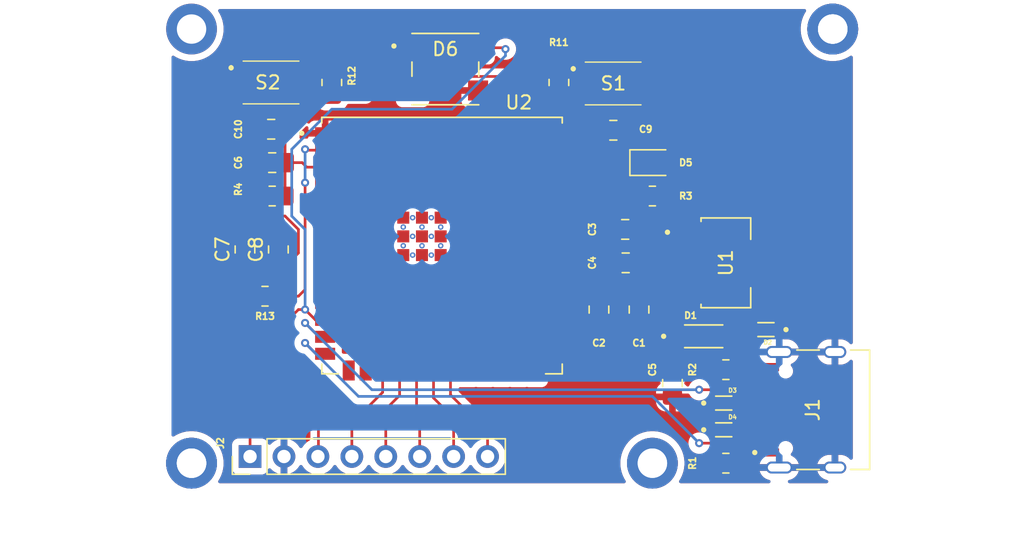
<source format=kicad_pcb>
(kicad_pcb (version 20241229) (generator "pcbnew") (generator_version "9.0")
  (layers (0 "F.Cu" signal) (2 "B.Cu" signal) (13 "F.Paste" user) (15 "B.Paste" user) (5 "F.SilkS" user "F.Silkscreen") (7 "B.SilkS" user "B.Silkscreen") (1 "F.Mask" user) (3 "B.Mask" user) (25 "Edge.Cuts" user))
  (net 0 "")
  (net 1 "GND")
  (net 2 "VCC_5V")
  (net 3 "VCC_3V3")
  (net 4 "CHIP_PU")
  (net 5 "ESP_3V3")
  (net 6 "GPIO0")
  (net 7 "Net-(D1-PadA)")
  (net 8 "D-")
  (net 9 "D+")
  (net 10 "Net-(D5-A)")
  (net 13 "Net-(J1-CC2)")
  (net 14 "Net-(J1-CC1)")
  (net 23 "CS")
  (net 24 "CLK")
  (net 29 "DIN")
  (net 32 "DC")
  (net 33 "RST")
  (net 47 "BL")
  (net 49 "5V")
  (net 50 "Net-(U2-3V3)")
  (net 51 "RGB")
  (footprint "LED_SMD:LED_0805_2012Metric" (layer "F.Cu") (at 150 55)
    (property "Reference" "D5" (at 2.5 0 0) (layer "F.SilkS") (effects (font (size 0.5 0.5) (thickness 0.125))))
    (property "Value" "LED")
    (fp_line (start -1.685 -0.96) (end -1.685 0.96) (stroke (width 0.12)) (layer "F.SilkS"))
    (fp_line (start -1.685 0.96) (end 1 0.96) (stroke (width 0.12)) (layer "F.SilkS"))
    (fp_line (start 1 -0.96) (end -1.685 -0.96) (stroke (width 0.12)) (layer "F.SilkS"))
    (pad "1" smd roundrect (at -0.9375 0) (size 0.975 1.4) (layers "F.Cu" "F.Mask" "F.Paste") (net 1 "GND"))
    (pad "2" smd roundrect (at 0.9375 0) (size 0.975 1.4) (layers "F.Cu" "F.Mask" "F.Paste") (net 10 "Net-(D5-A)"))
  )
  (footprint "MountingHole:MountingHole_2.2mm_M2_DIN965_Pad" (layer "F.Cu") (at 150 77.5)
    (property "Reference" "REF**" (hide yes))
    (property "Value" "MountingHole_2.2mm_M2_DIN965_Pad")
    (pad "1" thru_hole circle (at 0 0) (size 3.8 3.8) (drill 2.2) (layers "*.Cu" "*.Mask"))
  )
  (footprint "Capacitor_SMD:C_0805_2012Metric_Pad1.18x1.45mm_HandSolder" (layer "F.Cu") (at 147.9625 60 180)
    (property "Reference" "C3" (at 2.4625 0 90) (layer "F.SilkS") (effects (font (size 0.5 0.5) (thickness 0.125))))
    (property "Value" "10uF")
    (fp_line (start -0.261252 0.735) (end 0.261252 0.735) (stroke (width 0.12)) (layer "F.SilkS"))
    (fp_line (start -0.261252 -0.735) (end 0.261252 -0.735) (stroke (width 0.12)) (layer "F.SilkS"))
    (pad "1" smd roundrect (at -1.0375 0 180) (size 1.175 1.45) (layers "F.Cu" "F.Mask" "F.Paste") (roundrect_rratio 0.212766) (net 5 "ESP_3V3"))
    (pad "2" smd roundrect (at 1.0375 0 180) (size 1.175 1.45) (layers "F.Cu" "F.Mask" "F.Paste") (roundrect_rratio 0.212766) (net 1 "GND"))
  )
  (footprint "Resistor_SMD:R_0805_2012Metric_Pad1.20x1.40mm_HandSolder" (layer "F.Cu") (at 150 57.5)
    (property "Reference" "R3" (at 2.5 0 0) (layer "F.SilkS") (effects (font (size 0.5 0.5) (thickness 0.125))))
    (property "Value" "5k1")
    (fp_line (start -0.227064 -0.735) (end 0.227064 -0.735) (stroke (width 0.12)) (layer "F.SilkS"))
    (fp_line (start -0.227064 0.735) (end 0.227064 0.735) (stroke (width 0.12)) (layer "F.SilkS"))
    (pad "1" smd roundrect (at -1 0) (size 1.2 1.4) (layers "F.Cu" "F.Mask" "F.Paste") (roundrect_rratio 0.208333) (net 5 "ESP_3V3"))
    (pad "2" smd roundrect (at 1 0) (size 1.2 1.4) (layers "F.Cu" "F.Mask" "F.Paste") (roundrect_rratio 0.208333) (net 10 "Net-(D5-A)"))
  )
  (footprint "Downloaded_from_internet:LED_SK6812" (layer "F.Cu") (at 134.5 48)
    (property "Reference" "D6" (at 0 -1.5 0) (layer "F.SilkS"))
    (property "Value" "SK6812")
    (fp_line (start -2.5 -2.67) (end 2.5 -2.67) (stroke (width 0.127)) (layer "F.SilkS"))
    (fp_line (start -2.5 -0.53) (end -2.5 0.53) (stroke (width 0.127)) (layer "F.SilkS"))
    (fp_line (start -2.5 2.67) (end 2.5 2.67) (stroke (width 0.127)) (layer "F.SilkS"))
    (fp_line (start 2.5 -0.53) (end 2.5 0.53) (stroke (width 0.127)) (layer "F.SilkS"))
    (fp_circle (center -3.85 -1.73) (end -3.75 -1.73) (stroke (width 0.2)) (fill no) (layer "F.SilkS"))
    (pad "1" smd rect (at -2.45 -1.6) (size 1.5 1.5) (layers "F.Cu" "F.Mask" "F.Paste") (net 5 "ESP_3V3"))
    (pad "2" smd rect (at -2.45 1.6) (size 1.5 1.5) (layers "F.Cu" "F.Mask" "F.Paste"))
    (pad "3" smd rect (at 2.45 1.6) (size 1.5 1.5) (layers "F.Cu" "F.Mask" "F.Paste") (net 1 "GND"))
    (pad "4" smd rect (at 2.45 -1.6) (size 1.5 1.5) (layers "F.Cu" "F.Mask" "F.Paste") (net 51 "RGB"))
  )
  (footprint "Resistor_SMD:R_0805_2012Metric_Pad1.20x1.40mm_HandSolder" (layer "F.Cu") (at 155.5 77.5 180)
    (property "Reference" "R1" (at 2.5 0 90) (layer "F.SilkS") (effects (font (size 0.5 0.5) (thickness 0.125))))
    (property "Value" "5K1")
    (fp_line (start -0.227064 0.735) (end 0.227064 0.735) (stroke (width 0.12)) (layer "F.SilkS"))
    (fp_line (start -0.227064 -0.735) (end 0.227064 -0.735) (stroke (width 0.12)) (layer "F.SilkS"))
    (pad "1" smd roundrect (at -1 0 180) (size 1.2 1.4) (layers "F.Cu" "F.Mask" "F.Paste") (roundrect_rratio 0.208333) (net 14 "Net-(J1-CC1)"))
    (pad "2" smd roundrect (at 1 0 180) (size 1.2 1.4) (layers "F.Cu" "F.Mask" "F.Paste") (roundrect_rratio 0.208333) (net 1 "GND"))
  )
  (footprint "Resistor_SMD:R_0805_2012Metric_Pad1.20x1.40mm_HandSolder" (layer "F.Cu") (at 143 49 90)
    (property "Reference" "R11" (at 3 0 180) (layer "F.SilkS") (effects (font (size 0.5 0.5) (thickness 0.125))))
    (property "Value" "10k")
    (fp_line (start -0.227064 -0.735) (end 0.227064 -0.735) (stroke (width 0.12)) (layer "F.SilkS"))
    (fp_line (start -0.227064 0.735) (end 0.227064 0.735) (stroke (width 0.12)) (layer "F.SilkS"))
    (pad "1" smd roundrect (at -1 0 90) (size 1.2 1.4) (layers "F.Cu" "F.Mask" "F.Paste") (roundrect_rratio 0.208333) (net 3 "VCC_3V3"))
    (pad "2" smd roundrect (at 1 0 90) (size 1.2 1.4) (layers "F.Cu" "F.Mask" "F.Paste") (roundrect_rratio 0.208333) (net 6 "GPIO0"))
  )
  (footprint "Capacitor_SMD:C_0805_2012Metric_Pad1.18x1.45mm_HandSolder" (layer "F.Cu") (at 119.5 61.5 90)
    (property "Reference" "C7" (at 0 -1.68 90) (layer "F.SilkS"))
    (property "Value" "0u1F")
    (fp_line (start -0.261252 -0.735) (end 0.261252 -0.735) (stroke (width 0.12)) (layer "F.SilkS"))
    (fp_line (start -0.261252 0.735) (end 0.261252 0.735) (stroke (width 0.12)) (layer "F.SilkS"))
    (pad "1" smd roundrect (at -1.0375 0 90) (size 1.175 1.45) (layers "F.Cu" "F.Mask" "F.Paste") (roundrect_rratio 0.212766) (net 5 "ESP_3V3"))
    (pad "2" smd roundrect (at 1.0375 0 90) (size 1.175 1.45) (layers "F.Cu" "F.Mask" "F.Paste") (roundrect_rratio 0.212766) (net 1 "GND"))
  )
  (footprint "Connector_PinHeader_2.54mm:PinHeader_1x08_P2.54mm_Vertical" (layer "F.Cu") (at 119.88 77 90)
    (property "Reference" "J2" (at 1 -2.22 90) (layer "F.SilkS") (effects (font (size 0.5 0.5) (thickness 0.125))))
    (property "Value" "Conn_01x08_Pin")
    (fp_line (start -1.33 -1.33) (end 0 -1.33) (stroke (width 0.12)) (layer "F.SilkS"))
    (fp_line (start -1.33 0) (end -1.33 -1.33) (stroke (width 0.12)) (layer "F.SilkS"))
    (fp_line (start 1.33 1.27) (end 1.33 19.11) (stroke (width 0.12)) (layer "F.SilkS"))
    (fp_line (start -1.33 1.27) (end 1.33 1.27) (stroke (width 0.12)) (layer "F.SilkS"))
    (fp_line (start -1.33 1.27) (end -1.33 19.11) (stroke (width 0.12)) (layer "F.SilkS"))
    (fp_line (start -1.33 19.11) (end 1.33 19.11) (stroke (width 0.12)) (layer "F.SilkS"))
    (pad "1" thru_hole rect (at 0 0 90) (size 1.7 1.7) (drill 1) (layers "*.Cu" "*.Mask") (net 5 "ESP_3V3"))
    (pad "2" thru_hole oval (at 0 2.54 90) (size 1.7 1.7) (drill 1) (layers "*.Cu" "*.Mask") (net 1 "GND"))
    (pad "3" thru_hole oval (at 0 5.08 90) (size 1.7 1.7) (drill 1) (layers "*.Cu" "*.Mask") (net 29 "DIN"))
    (pad "4" thru_hole oval (at 0 7.62 90) (size 1.7 1.7) (drill 1) (layers "*.Cu" "*.Mask") (net 24 "CLK"))
    (pad "5" thru_hole oval (at 0 10.16 90) (size 1.7 1.7) (drill 1) (layers "*.Cu" "*.Mask") (net 23 "CS"))
    (pad "6" thru_hole oval (at 0 12.7 90) (size 1.7 1.7) (drill 1) (layers "*.Cu" "*.Mask") (net 32 "DC"))
    (pad "7" thru_hole oval (at 0 15.24 90) (size 1.7 1.7) (drill 1) (layers "*.Cu" "*.Mask") (net 33 "RST"))
    (pad "8" thru_hole oval (at 0 17.78 90) (size 1.7 1.7) (drill 1) (layers "*.Cu" "*.Mask") (net 47 "BL"))
  )
  (footprint "Capacitor_SMD:C_0805_2012Metric_Pad1.18x1.45mm_HandSolder" (layer "F.Cu") (at 122 61.5 90)
    (property "Reference" "C8" (at 0 -1.68 90) (layer "F.SilkS"))
    (property "Value" "10uF")
    (fp_line (start -0.261252 -0.735) (end 0.261252 -0.735) (stroke (width 0.12)) (layer "F.SilkS"))
    (fp_line (start -0.261252 0.735) (end 0.261252 0.735) (stroke (width 0.12)) (layer "F.SilkS"))
    (pad "1" smd roundrect (at -1.0375 0 90) (size 1.175 1.45) (layers "F.Cu" "F.Mask" "F.Paste") (roundrect_rratio 0.212766) (net 5 "ESP_3V3"))
    (pad "2" smd roundrect (at 1.0375 0 90) (size 1.175 1.45) (layers "F.Cu" "F.Mask" "F.Paste") (roundrect_rratio 0.212766) (net 1 "GND"))
  )
  (footprint "Downloaded_from_internet:TVS_LESD5D5.0CT1G" (layer "F.Cu") (at 158.5 67.5 180)
    (property "Reference" "D2" (at -0.134 -0.9532 0) (layer "F.SilkS") (effects (font (size 0.32 0.32))))
    (property "Value" "LESD5D5.0CT1G")
    (fp_line (start 0.6 0.52) (end -0.6 0.52) (stroke (width 0.127)) (layer "F.SilkS"))
    (fp_line (start -0.6 -0.52) (end 0.6 -0.52) (stroke (width 0.127)) (layer "F.SilkS"))
    (fp_circle (center -1.5 0) (end -1.4 0) (stroke (width 0.2)) (fill no) (layer "F.SilkS"))
    (pad "1" smd rect (at -0.66 0 180) (size 0.48 0.4) (layers "F.Cu" "F.Mask" "F.Paste") (net 1 "GND"))
    (pad "2" smd rect (at 0.66 0 180) (size 0.48 0.4) (layers "F.Cu" "F.Mask" "F.Paste") (net 7 "Net-(D1-PadA)"))
  )
  (footprint "Resistor_SMD:R_0805_2012Metric_Pad1.20x1.40mm_HandSolder" (layer "F.Cu") (at 121.5375 57.5)
    (property "Reference" "R4" (at -2.5375 -0.5 90) (layer "F.SilkS") (effects (font (size 0.5 0.5) (thickness 0.125))))
    (property "Value" "10k")
    (fp_line (start -0.227064 -0.735) (end 0.227064 -0.735) (stroke (width 0.12)) (layer "F.SilkS"))
    (fp_line (start -0.227064 0.735) (end 0.227064 0.735) (stroke (width 0.12)) (layer "F.SilkS"))
    (pad "1" smd roundrect (at -1 0) (size 1.2 1.4) (layers "F.Cu" "F.Mask" "F.Paste") (roundrect_rratio 0.208333) (net 5 "ESP_3V3"))
    (pad "2" smd roundrect (at 1 0) (size 1.2 1.4) (layers "F.Cu" "F.Mask" "F.Paste") (roundrect_rratio 0.208333) (net 4 "CHIP_PU"))
  )
  (footprint "" (layer "F.Cu") (at 163.5 45)
    (property "Reference" "" (at 0 0 0) (layer "F.SilkS") (effects (font (size 1.27 1.27))))
    (property "Value" "")
    (pad "1" thru_hole circle (at 0 0) (size 3.8 3.8) (drill 2.2) (layers "*.Cu" "*.Mask"))
  )
  (footprint "Capacitor_SMD:C_0805_2012Metric_Pad1.18x1.45mm_HandSolder" (layer "F.Cu") (at 147.075 52.575 180)
    (property "Reference" "C9" (at -2.425 0.075 0) (layer "F.SilkS") (effects (font (size 0.5 0.5) (thickness 0.125))))
    (property "Value" "0u1F")
    (fp_line (start -0.261252 0.735) (end 0.261252 0.735) (stroke (width 0.12)) (layer "F.SilkS"))
    (fp_line (start -0.261252 -0.735) (end 0.261252 -0.735) (stroke (width 0.12)) (layer "F.SilkS"))
    (pad "1" smd roundrect (at -1.0375 0 180) (size 1.175 1.45) (layers "F.Cu" "F.Mask" "F.Paste") (roundrect_rratio 0.212766) (net 6 "GPIO0"))
    (pad "2" smd roundrect (at 1.0375 0 180) (size 1.175 1.45) (layers "F.Cu" "F.Mask" "F.Paste") (roundrect_rratio 0.212766) (net 1 "GND"))
  )
  (footprint "Capacitor_SMD:C_0805_2012Metric_Pad1.18x1.45mm_HandSolder" (layer "F.Cu") (at 121.5375 55 180)
    (property "Reference" "C6" (at 2.5375 0 90) (layer "F.SilkS") (effects (font (size 0.5 0.5) (thickness 0.125))))
    (property "Value" "1uF")
    (fp_line (start -0.261252 0.735) (end 0.261252 0.735) (stroke (width 0.12)) (layer "F.SilkS"))
    (fp_line (start -0.261252 -0.735) (end 0.261252 -0.735) (stroke (width 0.12)) (layer "F.SilkS"))
    (pad "1" smd roundrect (at -1.0375 0 180) (size 1.175 1.45) (layers "F.Cu" "F.Mask" "F.Paste") (roundrect_rratio 0.212766) (net 4 "CHIP_PU"))
    (pad "2" smd roundrect (at 1.0375 0 180) (size 1.175 1.45) (layers "F.Cu" "F.Mask" "F.Paste") (roundrect_rratio 0.212766) (net 1 "GND"))
  )
  (footprint "" (layer "F.Cu") (at 115.5 77.5)
    (property "Reference" "" (at 0 0 0) (layer "F.SilkS") (effects (font (size 1.27 1.27))))
    (property "Value" "")
    (pad "1" thru_hole circle (at 0 0) (size 3.8 3.8) (drill 2.2) (layers "*.Cu" "*.Mask"))
  )
  (footprint "MountingHole:MountingHole_2.2mm_M2_DIN965_Pad" (layer "F.Cu") (at 115.5 77.5)
    (property "Reference" "REF**" (hide yes))
    (property "Value" "MountingHole_2.2mm_M2_DIN965_Pad")
    (pad "1" thru_hole circle (at 0 0) (size 3.8 3.8) (drill 2.2) (layers "*.Cu" "*.Mask"))
  )
  (footprint "Capacitor_SMD:C_0805_2012Metric_Pad1.18x1.45mm_HandSolder" (layer "F.Cu") (at 151.5 71.5 -90)
    (property "Reference" "C5" (at -1 1.5 90) (layer "F.SilkS") (effects (font (size 0.5 0.5) (thickness 0.125))))
    (property "Value" "10uF")
    (fp_line (start -0.261252 0.735) (end 0.261252 0.735) (stroke (width 0.12)) (layer "F.SilkS"))
    (fp_line (start -0.261252 -0.735) (end 0.261252 -0.735) (stroke (width 0.12)) (layer "F.SilkS"))
    (pad "1" smd roundrect (at -1.0375 0 270) (size 1.175 1.45) (layers "F.Cu" "F.Mask" "F.Paste") (roundrect_rratio 0.212766) (net 49 "5V"))
    (pad "2" smd roundrect (at 1.0375 0 270) (size 1.175 1.45) (layers "F.Cu" "F.Mask" "F.Paste") (roundrect_rratio 0.212766) (net 1 "GND"))
  )
  (footprint "Resistor_SMD:R_0805_2012Metric_Pad1.20x1.40mm_HandSolder" (layer "F.Cu") (at 155.5 70.5 180)
    (property "Reference" "R2" (at 2.5 0 90) (layer "F.SilkS") (effects (font (size 0.5 0.5) (thickness 0.125))))
    (property "Value" "5K1")
    (fp_line (start -0.227064 0.735) (end 0.227064 0.735) (stroke (width 0.12)) (layer "F.SilkS"))
    (fp_line (start -0.227064 -0.735) (end 0.227064 -0.735) (stroke (width 0.12)) (layer "F.SilkS"))
    (pad "1" smd roundrect (at -1 0 180) (size 1.2 1.4) (layers "F.Cu" "F.Mask" "F.Paste") (roundrect_rratio 0.208333) (net 13 "Net-(J1-CC2)"))
    (pad "2" smd roundrect (at 1 0 180) (size 1.2 1.4) (layers "F.Cu" "F.Mask" "F.Paste") (roundrect_rratio 0.208333) (net 1 "GND"))
  )
  (footprint "Downloaded_from_internet:TVS_LESD5D5.0CT1G" (layer "F.Cu") (at 155.34 73)
    (property "Reference" "D3" (at 0.66 -0.9532 0) (layer "F.SilkS") (effects (font (size 0.32 0.32))))
    (property "Value" "LESD5D5.0CT1G")
    (fp_line (start -0.6 -0.52) (end 0.6 -0.52) (stroke (width 0.127)) (layer "F.SilkS"))
    (fp_line (start 0.6 0.52) (end -0.6 0.52) (stroke (width 0.127)) (layer "F.SilkS"))
    (fp_circle (center -1.5 0) (end -1.4 0) (stroke (width 0.2)) (fill no) (layer "F.SilkS"))
    (pad "1" smd rect (at -0.66 0) (size 0.48 0.4) (layers "F.Cu" "F.Mask" "F.Paste") (net 1 "GND"))
    (pad "2" smd rect (at 0.66 0) (size 0.48 0.4) (layers "F.Cu" "F.Mask" "F.Paste") (net 8 "D-"))
  )
  (footprint "" (layer "F.Cu") (at 115.5 77.5)
    (property "Reference" "" (at 0 0 0) (layer "F.SilkS") (effects (font (size 1.27 1.27))))
    (property "Value" "")
    (pad "1" thru_hole circle (at 0 0) (size 3.8 3.8) (drill 2.2) (layers "*.Cu" "*.Mask"))
  )
  (footprint "Downloaded_from_internet:HRO_TYPE-C-31-M-12" (layer "F.Cu") (at 163.6625 73.5 90)
    (property "Reference" "J1" (at 0 -1.6625 90) (layer "F.SilkS"))
    (property "Value" "TYPE-C-31-M-12")
    (fp_line (start 4.47 -2.85) (end 4.47 -1.17) (stroke (width 0.127)) (layer "F.SilkS"))
    (fp_line (start -4.47 -2.85) (end -4.47 -1.17) (stroke (width 0.127)) (layer "F.SilkS"))
    (fp_line (start 4.47 2.6) (end 4.47 1.17) (stroke (width 0.127)) (layer "F.SilkS"))
    (fp_line (start -4.47 2.6) (end -4.47 1.17) (stroke (width 0.127)) (layer "F.SilkS"))
    (fp_line (start -4.47 2.6) (end 4.47 2.6) (stroke (width 0.127)) (layer "F.SilkS"))
    (fp_circle (center -3.2 -6) (end -3.1 -6) (stroke (width 0.2)) (fill no) (layer "F.SilkS"))
    (pad "" np_thru_hole circle (at -2.89 -3.68 90) (size 0.6 0.6) (drill 0.6) (layers "*.Cu" "*.Mask"))
    (pad "" np_thru_hole circle (at 2.89 -3.68 90) (size 0.6 0.6) (drill 0.6) (layers "*.Cu" "*.Mask"))
    (pad "A1_B12" smd rect (at -3.2 -4.75 90) (size 0.6 1.14) (layers "F.Cu" "F.Paste") (net 1 "GND"))
    (pad "A4_B9" smd rect (at -2.4 -4.75 90) (size 0.6 1.14) (layers "F.Cu" "F.Paste") (net 7 "Net-(D1-PadA)"))
    (pad "A5" smd rect (at -1.25 -4.75 90) (size 0.3 1.14) (layers "F.Cu" "F.Paste") (net 14 "Net-(J1-CC1)"))
    (pad "A6" smd rect (at -0.25 -4.75 90) (size 0.3 1.14) (layers "F.Cu" "F.Paste") (net 9 "D+"))
    (pad "A7" smd rect (at 0.25 -4.75 90) (size 0.3 1.14) (layers "F.Cu" "F.Paste") (net 8 "D-"))
    (pad "A8" smd rect (at 1.25 -4.75 90) (size 0.3 1.14) (layers "F.Cu" "F.Paste"))
    (pad "B1_A12" smd rect (at 3.2 -4.75 90) (size 0.6 1.14) (layers "F.Cu" "F.Paste") (net 1 "GND"))
    (pad "B4_A9" smd rect (at 2.4 -4.75 90) (size 0.6 1.14) (layers "F.Cu" "F.Paste") (net 7 "Net-(D1-PadA)"))
    (pad "B5" smd rect (at 1.75 -4.75 90) (size 0.3 1.14) (layers "F.Cu" "F.Paste") (net 13 "Net-(J1-CC2)"))
    (pad "B6" smd rect (at 0.75 -4.75 90) (size 0.3 1.14) (layers "F.Cu" "F.Paste") (net 9 "D+"))
    (pad "B7" smd rect (at -0.75 -4.75 90) (size 0.3 1.14) (layers "F.Cu" "F.Paste") (net 8 "D-"))
    (pad "B8" smd rect (at -1.75 -4.75 90) (size 0.3 1.14) (layers "F.Cu" "F.Paste"))
    (pad "S1" thru_hole oval (at -4.325 -4.17 90) (size 0.9 2) (drill oval 0.6 1.7) (layers "*.Cu" "*.Mask") (net 1 "GND"))
    (pad "S2" thru_hole oval (at 4.325 -4.17 90) (size 0.9 2) (drill oval 0.6 1.7) (layers "*.Cu" "*.Mask") (net 1 "GND"))
    (pad "S3" thru_hole oval (at -4.325 0 90) (size 0.9 1.7) (drill oval 0.6 1.4) (layers "*.Cu" "*.Mask") (net 1 "GND"))
    (pad "S4" thru_hole oval (at 4.325 0 90) (size 0.9 1.7) (drill oval 0.6 1.4) (layers "*.Cu" "*.Mask") (net 1 "GND"))
  )
  (footprint "MountingHole:MountingHole_2.2mm_M2_DIN965_Pad" (layer "F.Cu") (at 115.5 45)
    (property "Reference" "REF**" (hide yes))
    (property "Value" "MountingHole_2.2mm_M2_DIN965_Pad")
    (pad "1" thru_hole circle (at 0 0) (size 3.8 3.8) (drill 2.2) (layers "*.Cu" "*.Mask"))
  )
  (footprint "Downloaded_from_internet:SOT229P700X180-4N" (layer "F.Cu") (at 155.5 62.5 -90)
    (property "Reference" "U1" (at 0 0 270) (layer "F.SilkS") (effects (font (size 1.001772 1.001772))))
    (property "Value" "AMS1117-3.3")
    (fp_line (start -3.36 1.86) (end -3.1 1.86) (stroke (width 0.127)) (layer "F.SilkS"))
    (fp_line (start -3.36 1.86) (end -3.36 -1.86) (stroke (width 0.127)) (layer "F.SilkS"))
    (fp_line (start 3.11 1.86) (end 3.36 1.86) (stroke (width 0.127)) (layer "F.SilkS"))
    (fp_line (start 3.36 1.86) (end 3.36 -1.86) (stroke (width 0.127)) (layer "F.SilkS"))
    (fp_line (start -1.76 -1.86) (end -3.36 -1.86) (stroke (width 0.127)) (layer "F.SilkS"))
    (fp_line (start 3.36 -1.86) (end 1.87 -1.86) (stroke (width 0.127)) (layer "F.SilkS"))
    (fp_circle (center -2.29 4.373) (end -2.19 4.373) (stroke (width 0.2)) (fill no) (layer "F.SilkS"))
    (pad "1" smd roundrect (at -2.29 3.345 270) (size 0.93 1.31) (layers "F.Cu" "F.Mask" "F.Paste") (roundrect_rratio 0.075) (net 1 "GND"))
    (pad "2" smd roundrect (at 0 3.345 270) (size 0.93 1.31) (layers "F.Cu" "F.Mask" "F.Paste") (roundrect_rratio 0.075) (net 5 "ESP_3V3"))
    (pad "3" smd roundrect (at 2.29 3.345 270) (size 0.93 1.31) (layers "F.Cu" "F.Mask" "F.Paste") (roundrect_rratio 0.075) (net 2 "VCC_5V"))
    (pad "4" smd roundrect (at 0 -3.345 270) (size 3.24 1.31) (layers "F.Cu" "F.Mask" "F.Paste") (roundrect_rratio 0.075))
  )
  (footprint "Capacitor_SMD:C_0805_2012Metric_Pad1.18x1.45mm_HandSolder" (layer "F.Cu") (at 146 66 -90)
    (property "Reference" "C2" (at 2.5 0 180) (layer "F.SilkS") (effects (font (size 0.5 0.5) (thickness 0.125))))
    (property "Value" "0u1F")
    (fp_line (start -0.261252 0.735) (end 0.261252 0.735) (stroke (width 0.12)) (layer "F.SilkS"))
    (fp_line (start -0.261252 -0.735) (end 0.261252 -0.735) (stroke (width 0.12)) (layer "F.SilkS"))
    (pad "1" smd roundrect (at -1.0375 0 270) (size 1.175 1.45) (layers "F.Cu" "F.Mask" "F.Paste") (roundrect_rratio 0.212766) (net 2 "VCC_5V"))
    (pad "2" smd roundrect (at 1.0375 0 270) (size 1.175 1.45) (layers "F.Cu" "F.Mask" "F.Paste") (roundrect_rratio 0.212766) (net 1 "GND"))
  )
  (footprint "" (layer "F.Cu") (at 115.5 77.5)
    (property "Reference" "" (at 0 0 0) (layer "F.SilkS") (effects (font (size 1.27 1.27))))
    (property "Value" "")
    (pad "1" thru_hole circle (at 0 0) (size 3.8 3.8) (drill 2.2) (layers "*.Cu" "*.Mask"))
  )
  (footprint "" (layer "F.Cu") (at 163.5 45)
    (property "Reference" "" (at 0 0 0) (layer "F.SilkS") (effects (font (size 1.27 1.27))))
    (property "Value" "")
    (pad "1" thru_hole circle (at 0 0) (size 3.8 3.8) (drill 2.2) (layers "*.Cu" "*.Mask"))
  )
  (footprint "" (layer "F.Cu") (at 150 77.5)
    (property "Reference" "" (at 0 0 0) (layer "F.SilkS") (effects (font (size 1.27 1.27))))
    (property "Value" "")
    (pad "1" thru_hole circle (at 0 0) (size 3.8 3.8) (drill 2.2) (layers "*.Cu" "*.Mask"))
  )
  (footprint "Capacitor_SMD:C_0805_2012Metric_Pad1.18x1.45mm_HandSolder" (layer "F.Cu") (at 121.4625 52.5 180)
    (property "Reference" "C10" (at 2.4625 0 270) (layer "F.SilkS") (effects (font (size 0.5 0.5) (thickness 0.125))))
    (property "Value" "0u1F")
    (fp_line (start -0.261252 0.735) (end 0.261252 0.735) (stroke (width 0.12)) (layer "F.SilkS"))
    (fp_line (start -0.261252 -0.735) (end 0.261252 -0.735) (stroke (width 0.12)) (layer "F.SilkS"))
    (pad "1" smd roundrect (at -1.0375 0 180) (size 1.175 1.45) (layers "F.Cu" "F.Mask" "F.Paste") (roundrect_rratio 0.212766) (net 4 "CHIP_PU"))
    (pad "2" smd roundrect (at 1.0375 0 180) (size 1.175 1.45) (layers "F.Cu" "F.Mask" "F.Paste") (roundrect_rratio 0.212766) (net 1 "GND"))
  )
  (footprint "Downloaded_from_internet:XCVR_ESP32-S3-WROOM-1U-N16R8" (layer "F.Cu") (at 134.25 61.21)
    (property "Reference" "U2" (at 5.75 -10.71 0) (layer "F.SilkS"))
    (property "Value" "ESP32-S3-WROOM-1U-N16R8")
    (fp_line (start -9 -9.6) (end 9 -9.6) (stroke (width 0.127)) (layer "F.SilkS"))
    (fp_line (start -9 -9.18) (end -9 -9.6) (stroke (width 0.127)) (layer "F.SilkS"))
    (fp_line (start -9 9.6) (end -9 8.87) (stroke (width 0.127)) (layer "F.SilkS"))
    (fp_line (start -7.755 9.6) (end -9 9.6) (stroke (width 0.127)) (layer "F.SilkS"))
    (fp_line (start 9 -9.6) (end 9 -9.18) (stroke (width 0.127)) (layer "F.SilkS"))
    (fp_line (start 9 9.6) (end 7.755 9.6) (stroke (width 0.127)) (layer "F.SilkS"))
    (fp_line (start 9 9.6) (end 9 8.87) (stroke (width 0.127)) (layer "F.SilkS"))
    (fp_circle (center -10.5 -8.41) (end -10.4 -8.41) (stroke (width 0.2)) (fill no) (layer "F.SilkS"))
    (pad "1" smd rect (at -8.75 -8.41) (size 1.5 0.9) (layers "F.Cu" "F.Mask" "F.Paste") (net 1 "GND"))
    (pad "2" smd rect (at -8.75 -7.14) (size 1.5 0.9) (layers "F.Cu" "F.Mask" "F.Paste") (net 50 "Net-(U2-3V3)"))
    (pad "3" smd rect (at -8.75 -5.87) (size 1.5 0.9) (layers "F.Cu" "F.Mask" "F.Paste") (net 4 "CHIP_PU"))
    (pad "4" smd rect (at -8.75 -4.6) (size 1.5 0.9) (layers "F.Cu" "F.Mask" "F.Paste"))
    (pad "5" smd rect (at -8.75 -3.33) (size 1.5 0.9) (layers "F.Cu" "F.Mask" "F.Paste"))
    (pad "6" smd rect (at -8.75 -2.06) (size 1.5 0.9) (layers "F.Cu" "F.Mask" "F.Paste"))
    (pad "7" smd rect (at -8.75 -0.79) (size 1.5 0.9) (layers "F.Cu" "F.Mask" "F.Paste"))
    (pad "8" smd rect (at -8.75 0.48) (size 1.5 0.9) (layers "F.Cu" "F.Mask" "F.Paste"))
    (pad "9" smd rect (at -8.75 1.75) (size 1.5 0.9) (layers "F.Cu" "F.Mask" "F.Paste"))
    (pad "10" smd rect (at -8.75 3.02) (size 1.5 0.9) (layers "F.Cu" "F.Mask" "F.Paste"))
    (pad "11" smd rect (at -8.75 4.29) (size 1.5 0.9) (layers "F.Cu" "F.Mask" "F.Paste"))
    (pad "12" smd rect (at -8.75 5.56) (size 1.5 0.9) (layers "F.Cu" "F.Mask" "F.Paste") (net 29 "DIN"))
    (pad "13" smd rect (at -8.75 6.83) (size 1.5 0.9) (layers "F.Cu" "F.Mask" "F.Paste") (net 8 "D-"))
    (pad "14" smd rect (at -8.75 8.1) (size 1.5 0.9) (layers "F.Cu" "F.Mask" "F.Paste") (net 9 "D+"))
    (pad "15" smd rect (at -6.985 9.35) (size 0.9 1.5) (layers "F.Cu" "F.Mask" "F.Paste"))
    (pad "16" smd rect (at -5.715 9.35) (size 0.9 1.5) (layers "F.Cu" "F.Mask" "F.Paste"))
    (pad "17" smd rect (at -4.445 9.35) (size 0.9 1.5) (layers "F.Cu" "F.Mask" "F.Paste") (net 24 "CLK"))
    (pad "18" smd rect (at -3.175 9.35) (size 0.9 1.5) (layers "F.Cu" "F.Mask" "F.Paste") (net 23 "CS"))
    (pad "19" smd rect (at -1.905 9.35) (size 0.9 1.5) (layers "F.Cu" "F.Mask" "F.Paste") (net 32 "DC"))
    (pad "20" smd rect (at -0.635 9.35) (size 0.9 1.5) (layers "F.Cu" "F.Mask" "F.Paste") (net 33 "RST"))
    (pad "21" smd rect (at 0.635 9.35) (size 0.9 1.5) (layers "F.Cu" "F.Mask" "F.Paste") (net 47 "BL"))
    (pad "22" smd rect (at 1.905 9.35) (size 0.9 1.5) (layers "F.Cu" "F.Mask" "F.Paste"))
    (pad "23" smd rect (at 3.175 9.35) (size 0.9 1.5) (layers "F.Cu" "F.Mask" "F.Paste"))
    (pad "24" smd rect (at 4.445 9.35) (size 0.9 1.5) (layers "F.Cu" "F.Mask" "F.Paste"))
    (pad "25" smd rect (at 5.715 9.35) (size 0.9 1.5) (layers "F.Cu" "F.Mask" "F.Paste"))
    (pad "26" smd rect (at 6.985 9.35) (size 0.9 1.5) (layers "F.Cu" "F.Mask" "F.Paste"))
    (pad "27" smd rect (at 8.75 8.1) (size 1.5 0.9) (layers "F.Cu" "F.Mask" "F.Paste") (net 6 "GPIO0"))
    (pad "28" smd rect (at 8.75 6.83) (size 1.5 0.9) (layers "F.Cu" "F.Mask" "F.Paste"))
    (pad "29" smd rect (at 8.75 5.56) (size 1.5 0.9) (layers "F.Cu" "F.Mask" "F.Paste"))
    (pad "30" smd rect (at 8.75 4.29) (size 1.5 0.9) (layers "F.Cu" "F.Mask" "F.Paste"))
    (pad "31" smd rect (at 8.75 3.02) (size 1.5 0.9) (layers "F.Cu" "F.Mask" "F.Paste"))
    (pad "32" smd rect (at 8.75 1.75) (size 1.5 0.9) (layers "F.Cu" "F.Mask" "F.Paste"))
    (pad "33" smd rect (at 8.75 0.48) (size 1.5 0.9) (layers "F.Cu" "F.Mask" "F.Paste"))
    (pad "34" smd rect (at 8.75 -0.79) (size 1.5 0.9) (layers "F.Cu" "F.Mask" "F.Paste"))
    (pad "35" smd rect (at 8.75 -2.06) (size 1.5 0.9) (layers "F.Cu" "F.Mask" "F.Paste"))
    (pad "36" smd rect (at 8.75 -3.33) (size 1.5 0.9) (layers "F.Cu" "F.Mask" "F.Paste"))
    (pad "37" smd rect (at 8.75 -4.6) (size 1.5 0.9) (layers "F.Cu" "F.Mask" "F.Paste"))
    (pad "38" smd rect (at 8.75 -5.87) (size 1.5 0.9) (layers "F.Cu" "F.Mask" "F.Paste"))
    (pad "39" smd rect (at 8.75 -7.14) (size 1.5 0.9) (layers "F.Cu" "F.Mask" "F.Paste"))
    (pad "40" smd rect (at 8.75 -8.41) (size 1.5 0.9) (layers "F.Cu" "F.Mask" "F.Paste") (net 1 "GND"))
    (pad "41_1" smd rect (at -2.9 -2.09) (size 0.9 0.9) (layers "F.Cu" "F.Mask" "F.Paste") (net 1 "GND"))
    (pad "41_2" smd rect (at -1.5 -2.09) (size 0.9 0.9) (layers "F.Cu" "F.Mask" "F.Paste") (net 1 "GND"))
    (pad "41_3" smd rect (at -0.1 -2.09) (size 0.9 0.9) (layers "F.Cu" "F.Mask" "F.Paste") (net 1 "GND"))
    (pad "41_4" smd rect (at -2.9 -0.69) (size 0.9 0.9) (layers "F.Cu" "F.Mask" "F.Paste") (net 1 "GND"))
    (pad "41_5" smd rect (at -1.5 -0.69) (size 0.9 0.9) (layers "F.Cu" "F.Mask" "F.Paste") (net 1 "GND"))
    (pad "41_6" smd rect (at -0.1 -0.69) (size 0.9 0.9) (layers "F.Cu" "F.Mask" "F.Paste") (net 1 "GND"))
    (pad "41_7" smd rect (at -2.9 0.71) (size 0.9 0.9) (layers "F.Cu" "F.Mask" "F.Paste") (net 1 "GND"))
    (pad "41_8" smd rect (at -1.5 0.71) (size 0.9 0.9) (layers "F.Cu" "F.Mask" "F.Paste") (net 1 "GND"))
    (pad "41_9" smd rect (at -0.1 0.71) (size 0.9 0.9) (layers "F.Cu" "F.Mask" "F.Paste") (net 1 "GND"))
    (pad "41_10" thru_hole circle (at -2.2 -2.09) (size 0.4 0.4) (drill 0.2) (layers "*.Cu"))
    (pad "41_11" thru_hole circle (at -0.8 -2.09) (size 0.4 0.4) (drill 0.2) (layers "*.Cu"))
    (pad "41_12" thru_hole circle (at -2.9 -1.39) (size 0.4 0.4) (drill 0.2) (layers "*.Cu"))
    (pad "41_13" thru_hole circle (at -1.5 -1.39) (size 0.4 0.4) (drill 0.2) (layers "*.Cu"))
    (pad "41_14" thru_hole circle (at -0.1 -1.39) (size 0.4 0.4) (drill 0.2) (layers "*.Cu"))
    (pad "41_15" thru_hole circle (at -2.2 -0.69) (size 0.4 0.4) (drill 0.2) (layers "*.Cu"))
    (pad "41_16" thru_hole circle (at -0.8 -0.69) (size 0.4 0.4) (drill 0.2) (layers "*.Cu"))
    (pad "41_17" thru_hole circle (at -2.9 0.01) (size 0.4 0.4) (drill 0.2) (layers "*.Cu"))
    (pad "41_18" thru_hole circle (at -1.5 0.01) (size 0.4 0.4) (drill 0.2) (layers "*.Cu"))
    (pad "41_19" thru_hole circle (at -0.1 0.01) (size 0.4 0.4) (drill 0.2) (layers "*.Cu"))
    (pad "41_20" thru_hole circle (at -2.2 0.71) (size 0.4 0.4) (drill 0.2) (layers "*.Cu"))
    (pad "41_21" thru_hole circle (at -0.8 0.71) (size 0.4 0.4) (drill 0.2) (layers "*.Cu"))
  )
  (footprint "Resistor_SMD:R_0805_2012Metric_Pad1.20x1.40mm_HandSolder" (layer "F.Cu") (at 126 49 90)
    (property "Reference" "R12" (at 0.5 1.5 90) (layer "F.SilkS") (effects (font (size 0.5 0.5) (thickness 0.125))))
    (property "Value" "10k")
    (fp_line (start -0.227064 -0.735) (end 0.227064 -0.735) (stroke (width 0.12)) (layer "F.SilkS"))
    (fp_line (start -0.227064 0.735) (end 0.227064 0.735) (stroke (width 0.12)) (layer "F.SilkS"))
    (pad "1" smd roundrect (at -1 0 90) (size 1.2 1.4) (layers "F.Cu" "F.Mask" "F.Paste") (roundrect_rratio 0.208333) (net 3 "VCC_3V3"))
    (pad "2" smd roundrect (at 1 0 90) (size 1.2 1.4) (layers "F.Cu" "F.Mask" "F.Paste") (roundrect_rratio 0.208333) (net 4 "CHIP_PU"))
  )
  (footprint "MountingHole:MountingHole_2.2mm_M2_DIN965_Pad" (layer "F.Cu") (at 163.5 45)
    (property "Reference" "REF**" (hide yes))
    (property "Value" "MountingHole_2.2mm_M2_DIN965_Pad")
    (pad "1" thru_hole circle (at 0 0) (size 3.8 3.8) (drill 2.2) (layers "*.Cu" "*.Mask"))
  )
  (footprint "Resistor_SMD:R_0805_2012Metric_Pad1.20x1.40mm_HandSolder" (layer "F.Cu") (at 121 65 180)
    (property "Reference" "R13" (at 0 -1.5 0) (layer "F.SilkS") (effects (font (size 0.5 0.5) (thickness 0.125))))
    (property "Value" "10k")
    (fp_line (start -0.227064 0.735) (end 0.227064 0.735) (stroke (width 0.12)) (layer "F.SilkS"))
    (fp_line (start -0.227064 -0.735) (end 0.227064 -0.735) (stroke (width 0.12)) (layer "F.SilkS"))
    (pad "1" smd roundrect (at -1 0 180) (size 1.2 1.4) (layers "F.Cu" "F.Mask" "F.Paste") (roundrect_rratio 0.208333) (net 50 "Net-(U2-3V3)"))
    (pad "2" smd roundrect (at 1 0 180) (size 1.2 1.4) (layers "F.Cu" "F.Mask" "F.Paste") (roundrect_rratio 0.208333) (net 5 "ESP_3V3"))
  )
  (footprint "Capacitor_SMD:C_0805_2012Metric_Pad1.18x1.45mm_HandSolder" (layer "F.Cu") (at 148 62.5 180)
    (property "Reference" "C4" (at 2.5 0 90) (layer "F.SilkS") (effects (font (size 0.5 0.5) (thickness 0.125))))
    (property "Value" "10uF")
    (fp_line (start -0.261252 0.735) (end 0.261252 0.735) (stroke (width 0.12)) (layer "F.SilkS"))
    (fp_line (start -0.261252 -0.735) (end 0.261252 -0.735) (stroke (width 0.12)) (layer "F.SilkS"))
    (pad "1" smd roundrect (at -1.0375 0 180) (size 1.175 1.45) (layers "F.Cu" "F.Mask" "F.Paste") (roundrect_rratio 0.212766) (net 5 "ESP_3V3"))
    (pad "2" smd roundrect (at 1.0375 0 180) (size 1.175 1.45) (layers "F.Cu" "F.Mask" "F.Paste") (roundrect_rratio 0.212766) (net 1 "GND"))
  )
  (footprint "Downloaded_from_internet:SOD3715X145N" (layer "F.Cu") (at 153.84 68)
    (property "Reference" "D1" (at -0.97763 -1.557398 0) (layer "F.SilkS") (effects (font (size 0.4808 0.4808))))
    (property "Value" "1N5819HW-7-F")
    (fp_line (start -1.425 -0.85) (end 1.425 -0.85) (stroke (width 0.127)) (layer "F.SilkS"))
    (fp_line (start 1.425 0.85) (end -1.425 0.85) (stroke (width 0.127)) (layer "F.SilkS"))
    (fp_circle (center -3 0) (end -2.9 0) (stroke (width 0.2)) (fill no) (layer "F.SilkS"))
    (pad "A" smd rect (at 1.68 0) (size 1.21 0.73) (layers "F.Cu" "F.Mask" "F.Paste") (net 7 "Net-(D1-PadA)"))
    (pad "C" smd rect (at -1.68 0) (size 1.21 0.73) (layers "F.Cu" "F.Mask" "F.Paste") (net 49 "5V"))
  )
  (footprint "Downloaded_from_internet:PTS810SJG250SMTRLFS" (layer "F.Cu") (at 121.4625 49)
    (property "Reference" "S2" (at -0.25 0 0) (layer "F.SilkS"))
    (property "Value" "PTS810SJK250SMTRLFS")
    (fp_line (start -3 -1.2) (end -3 -1.2) (stroke (width 0.2)) (layer "F.SilkS"))
    (fp_line (start -3 -1) (end -3 -1) (stroke (width 0.2)) (layer "F.SilkS"))
    (fp_line (start -2.1 -1.6) (end 2.075 -1.6) (stroke (width 0.1)) (layer "F.SilkS"))
    (fp_line (start -2.1 1.6) (end 2.075 1.6) (stroke (width 0.1)) (layer "F.SilkS"))
    (fp_arc (start -3 -1.2) (mid -2.9 -1.1) (end -3 -1) (stroke (width 0.2)) (layer "F.SilkS"))
    (fp_arc (start -3 -1) (mid -3.1 -1.1) (end -3 -1.2) (stroke (width 0.2)) (layer "F.SilkS"))
    (pad "1" smd rect (at -2.075 -1.075) (size 1.05 0.65) (layers "F.Cu" "F.Mask" "F.Paste") (net 1 "GND"))
    (pad "2" smd rect (at 2.075 -1.075) (size 1.05 0.65) (layers "F.Cu" "F.Mask" "F.Paste") (net 4 "CHIP_PU"))
    (pad "3" smd rect (at -2.075 1.075) (size 1.05 0.65) (layers "F.Cu" "F.Mask" "F.Paste") (net 1 "GND"))
    (pad "4" smd rect (at 2.075 1.075) (size 1.05 0.65) (layers "F.Cu" "F.Mask" "F.Paste") (net 4 "CHIP_PU"))
  )
  (footprint "Downloaded_from_internet:TVS_LESD5D5.0CT1G" (layer "F.Cu") (at 155.34 75)
    (property "Reference" "D4" (at 0.66 -0.9532 0) (layer "F.SilkS") (effects (font (size 0.32 0.32))))
    (property "Value" "LESD5D5.0CT1G")
    (fp_line (start -0.6 -0.52) (end 0.6 -0.52) (stroke (width 0.127)) (layer "F.SilkS"))
    (fp_line (start 0.6 0.52) (end -0.6 0.52) (stroke (width 0.127)) (layer "F.SilkS"))
    (fp_circle (center -1.5 0) (end -1.4 0) (stroke (width 0.2)) (fill no) (layer "F.SilkS"))
    (pad "1" smd rect (at -0.66 0) (size 0.48 0.4) (layers "F.Cu" "F.Mask" "F.Paste") (net 1 "GND"))
    (pad "2" smd rect (at 0.66 0) (size 0.48 0.4) (layers "F.Cu" "F.Mask" "F.Paste") (net 9 "D+"))
  )
  (footprint "Capacitor_SMD:C_0805_2012Metric_Pad1.18x1.45mm_HandSolder" (layer "F.Cu") (at 149 66 -90)
    (property "Reference" "C1" (at 2.5 0 180) (layer "F.SilkS") (effects (font (size 0.5 0.5) (thickness 0.125))))
    (property "Value" "10uF")
    (fp_line (start -0.261252 0.735) (end 0.261252 0.735) (stroke (width 0.12)) (layer "F.SilkS"))
    (fp_line (start -0.261252 -0.735) (end 0.261252 -0.735) (stroke (width 0.12)) (layer "F.SilkS"))
    (pad "1" smd roundrect (at -1.0375 0 270) (size 1.175 1.45) (layers "F.Cu" "F.Mask" "F.Paste") (roundrect_rratio 0.212766) (net 2 "VCC_5V"))
    (pad "2" smd roundrect (at 1.0375 0 270) (size 1.175 1.45) (layers "F.Cu" "F.Mask" "F.Paste") (roundrect_rratio 0.212766) (net 1 "GND"))
  )
  (footprint "Downloaded_from_internet:PTS810SJG250SMTRLFS" (layer "F.Cu") (at 147.075 49.075)
    (property "Reference" "S1" (at 0 0 0) (layer "F.SilkS"))
    (property "Value" "PTS810SJK250SMTRLFS")
    (fp_line (start -3 -1.2) (end -3 -1.2) (stroke (width 0.2)) (layer "F.SilkS"))
    (fp_line (start -3 -1) (end -3 -1) (stroke (width 0.2)) (layer "F.SilkS"))
    (fp_line (start -2.1 -1.6) (end 2.075 -1.6) (stroke (width 0.1)) (layer "F.SilkS"))
    (fp_line (start -2.1 1.6) (end 2.075 1.6) (stroke (width 0.1)) (layer "F.SilkS"))
    (fp_arc (start -3 -1.2) (mid -2.9 -1.1) (end -3 -1) (stroke (width 0.2)) (layer "F.SilkS"))
    (fp_arc (start -3 -1) (mid -3.1 -1.1) (end -3 -1.2) (stroke (width 0.2)) (layer "F.SilkS"))
    (pad "1" smd rect (at -2.075 -1.075) (size 1.05 0.65) (layers "F.Cu" "F.Mask" "F.Paste") (net 1 "GND"))
    (pad "2" smd rect (at 2.075 -1.075) (size 1.05 0.65) (layers "F.Cu" "F.Mask" "F.Paste") (net 6 "GPIO0"))
    (pad "3" smd rect (at -2.075 1.075) (size 1.05 0.65) (layers "F.Cu" "F.Mask" "F.Paste") (net 1 "GND"))
    (pad "4" smd rect (at 2.075 1.075) (size 1.05 0.65) (layers "F.Cu" "F.Mask" "F.Paste") (net 6 "GPIO0"))
  )
  (footprint "" (layer "F.Cu") (at 163.5 45)
    (property "Reference" "" (at 0 0 0) (layer "F.SilkS") (effects (font (size 1.27 1.27))))
    (property "Value" "")
    (pad "1" thru_hole circle (at 0 0) (size 3.8 3.8) (drill 2.2) (layers "*.Cu" "*.Mask"))
  )
  (segment (start 145.5375 67.0375) (end 145.5 67) (width 0.2) (layer "F.Cu") (net 1))
  (segment (start 146.9625 60.0375) (end 146.925 60) (width 0.2) (layer "F.Cu") (net 1))
  (segment (start 146.925 60) (end 146.925 59.425) (width 0.2) (layer "F.Cu") (net 1))
  (segment (start 145.5 64.925) (end 148.9625 64.925) (width 0.2) (layer "F.Cu") (net 2))
  (segment (start 149 64.9625) (end 151.9825 64.9625) (width 0.2) (layer "F.Cu") (net 2))
  (segment (start 148.9625 64.925) (end 149 64.9625) (width 0.2) (layer "F.Cu") (net 2))
  (segment (start 151.9825 64.9625) (end 152.155 64.79) (width 0.2) (layer "F.Cu") (net 2))
  (segment (start 143 50) (end 141.951 50) (width 0.2) (layer "F.Cu") (net 3))
  (segment (start 119 46.4) (end 130 46.4) (width 0.2) (layer "F.Cu") (net 3))
  (segment (start 130 46.9) (end 130.5 46.4) (width 0.2) (layer "F.Cu") (net 3))
  (segment (start 128.5 50) (end 130 48.5) (width 0.2) (layer "F.Cu") (net 3))
  (segment (start 130 46.4) (end 130.5 46.4) (width 0.2) (layer "F.Cu") (net 3))
  (segment (start 117.45 66.19) (end 119.88 68.62) (width 0.2) (layer "F.Cu") (net 3))
  (segment (start 130.5 46.4) (end 132.05 46.4) (width 0.2) (layer "F.Cu") (net 3))
  (segment (start 119.88 68.62) (end 119.88 77) (width 0.2) (layer "F.Cu") (net 3))
  (segment (start 140.5 48.549) (end 134.199 48.549) (width 0.2) (layer "F.Cu") (net 3))
  (segment (start 126 50) (end 128.5 50) (width 0.2) (layer "F.Cu") (net 3))
  (segment (start 117.45 47.95) (end 117.45 66.19) (width 0.2) (layer "F.Cu") (net 3))
  (segment (start 119 46.4) (end 117.45 47.95) (width 0.2) (layer "F.Cu") (net 3))
  (segment (start 141.951 50) (end 140.5 48.549) (width 0.2) (layer "F.Cu") (net 3))
  (segment (start 130 48.5) (end 130 46.9) (width 0.2) (layer "F.Cu") (net 3))
  (segment (start 130 46.9) (end 130 46.4) (width 0.2) (layer "F.Cu") (net 3))
  (segment (start 134.199 48.549) (end 132.05 46.4) (width 0.2) (layer "F.Cu") (net 3))
  (segment (start 125.5 55.34) (end 124.1225 55.34) (width 0.2) (layer "F.Cu") (net 4))
  (segment (start 123.7825 55) (end 124.1225 55.34) (width 0.2) (layer "F.Cu") (net 4))
  (segment (start 123 52.5) (end 123.5375 51.9625) (width 0.2) (layer "F.Cu") (net 4))
  (segment (start 123.5375 51.9625) (end 123.5375 50.075) (width 0.2) (layer "F.Cu") (net 4))
  (segment (start 123.5375 50.075) (end 123.5375 47.925) (width 0.2) (layer "F.Cu") (net 4))
  (segment (start 123.6125 48) (end 123.5375 47.925) (width 0.2) (layer "F.Cu") (net 4))
  (segment (start 122.575 55) (end 123.7825 55) (width 0.2) (layer "F.Cu") (net 4))
  (segment (start 122.5 52.5) (end 122.5 57.4625) (width 0.2) (layer "F.Cu") (net 4))
  (segment (start 122.5 57.4625) (end 122.5375 57.5) (width 0.2) (layer "F.Cu") (net 4))
  (segment (start 126 48) (end 123.6125 48) (width 0.2) (layer "F.Cu") (net 4))
  (segment (start 122.5 52.5) (end 123 52.5) (width 0.2) (layer "F.Cu") (net 4))
  (segment (start 150.5 62.5) (end 149.0425 62.5) (width 0.2) (layer "F.Cu") (net 5))
  (segment (start 149.0425 62.5) (end 149.0375 62.505) (width 0.2) (layer "F.Cu") (net 5))
  (segment (start 120 65) (end 120 64) (width 0.2) (layer "F.Cu") (net 5))
  (segment (start 152.155 62.5) (end 151 62.5) (width 0.2) (layer "F.Cu") (net 5))
  (segment (start 120 64) (end 119.5 63.5) (width 0.2) (layer "F.Cu") (net 5))
  (segment (start 122.725 62.5375) (end 123.5 61.7625) (width 0.2) (layer "F.Cu") (net 5))
  (segment (start 150 60) (end 149 60) (width 0.2) (layer "F.Cu") (net 5))
  (segment (start 122 62.5375) (end 122.725 62.5375) (width 0.2) (layer "F.Cu") (net 5))
  (segment (start 120.5375 58.0375) (end 120.5375 57.5) (width 0.2) (layer "F.Cu") (net 5))
  (segment (start 119.5 63.5) (end 119.5 62.5375) (width 0.2) (layer "F.Cu") (net 5))
  (segment (start 122.5 59) (end 121.5 59) (width 0.2) (layer "F.Cu") (net 5))
  (segment (start 151 62.5) (end 150.5 62.5) (width 0.2) (layer "F.Cu") (net 5))
  (segment (start 150.5 62.5) (end 150.5 62) (width 0.2) (layer "F.Cu") (net 5))
  (segment (start 119.5 62.5375) (end 122 62.5375) (width 0.2) (layer "F.Cu") (net 5))
  (segment (start 123.5 60) (end 122.5 59) (width 0.2) (layer "F.Cu") (net 5))
  (segment (start 150.5 60.5) (end 150 60) (width 0.2) (layer "F.Cu") (net 5))
  (segment (start 123.5 61.7625) (end 123.5 60) (width 0.2) (layer "F.Cu") (net 5))
  (segment (start 150.5 62) (end 150.5 60.5) (width 0.2) (layer "F.Cu") (net 5))
  (segment (start 151 62.5) (end 150.5 62) (width 0.2) (layer "F.Cu") (net 5))
  (segment (start 121.5 59) (end 120.5375 58.0375) (width 0.2) (layer "F.Cu") (net 5))
  (segment (start 152.155 62.5) (end 151.5 62.5) (width 0.2) (layer "F.Cu") (net 5))
  (segment (start 149 60) (end 149 57.5) (width 0.2) (layer "F.Cu") (net 5))
  (segment (start 148.5 46.5) (end 149.15 47.15) (width 0.2) (layer "F.Cu") (net 6))
  (segment (start 149.15 47.15) (end 149.15 48) (width 0.2) (layer "F.Cu") (net 6))
  (segment (start 148.1125 53.3875) (end 144.5 57) (width 0.2) (layer "F.Cu") (net 6))
  (segment (start 143.5 46.5) (end 148.5 46.5) (width 0.2) (layer "F.Cu") (net 6))
  (segment (start 148.1125 52.575) (end 148.1125 51.3875) (width 0.2) (layer "F.Cu") (net 6))
  (segment (start 144.5 57) (end 144.5 57.5) (width 0.2) (layer "F.Cu") (net 6))
  (segment (start 148.1125 52.575) (end 147.925 52.575) (width 0.2) (layer "F.Cu") (net 6))
  (segment (start 148.1125 51.3875) (end 149.15 50.35) (width 0.2) (layer "F.Cu") (net 6))
  (segment (start 149.15 50.35) (end 149.15 50.15) (width 0.2) (layer "F.Cu") (net 6))
  (segment (start 143.95 69.31) (end 143 69.31) (width 0.2) (layer "F.Cu") (net 6))
  (segment (start 143 47) (end 143.5 46.5) (width 0.2) (layer "F.Cu") (net 6))
  (segment (start 149.15 48) (end 149.15 50.15) (width 0.2) (layer "F.Cu") (net 6))
  (segment (start 148.1125 52.575) (end 148.1125 53.3875) (width 0.2) (layer "F.Cu") (net 6))
  (segment (start 143 48) (end 143 47) (width 0.2) (layer "F.Cu") (net 6))
  (segment (start 144.5 68.76) (end 143.95 69.31) (width 0.2) (layer "F.Cu") (net 6))
  (segment (start 144.5 57.5) (end 144.5 68.76) (width 0.2) (layer "F.Cu") (net 6))
  (segment (start 157.84 67.5) (end 157 67.5) (width 0.2) (layer "F.Cu") (net 7))
  (segment (start 157.84 70.7975) (end 158.1425 71.1) (width 0.2) (layer "F.Cu") (net 7))
  (segment (start 156.5 68) (end 155.52 68) (width 0.2) (layer "F.Cu") (net 7))
  (segment (start 157 67.5) (end 156.5 68) (width 0.2) (layer "F.Cu") (net 7))
  (segment (start 157.84 67.5) (end 157.84 70.7975) (width 0.2) (layer "F.Cu") (net 7))
  (segment (start 158.1425 71.1) (end 158.9125 71.1) (width 0.2) (layer "F.Cu") (net 7))
  (segment (start 156 72.5) (end 155.5 72) (width 0.2) (layer "F.Cu") (net 8))
  (segment (start 155.5 72) (end 153.5 72) (width 0.2) (layer "F.Cu") (net 8))
  (segment (start 157.75 73.25) (end 158.9125 73.25) (width 0.2) (layer "F.Cu") (net 8))
  (segment (start 157.5 73) (end 157.75 73.25) (width 0.2) (layer "F.Cu") (net 8))
  (segment (start 125.5 68.04) (end 125.04 68.04) (width 0.2) (layer "F.Cu") (net 8))
  (segment (start 125.04 68.04) (end 124 67) (width 0.2) (layer "F.Cu") (net 8))
  (segment (start 156 73) (end 156 72.5) (width 0.2) (layer "F.Cu") (net 8))
  (segment (start 156 73) (end 157.5 73) (width 0.2) (layer "F.Cu") (net 8))
  (via (at 153.5 72) (size 0.6) (drill 0.3) (layers "F.Cu" "B.Cu") (net 8))
  (via (at 124 67) (size 0.6) (drill 0.3) (layers "F.Cu" "B.Cu") (net 8))
  (segment (start 153.5 72) (end 129 72) (width 0.2) (layer "B.Cu") (net 8))
  (segment (start 129 72) (end 124 67) (width 0.2) (layer "B.Cu") (net 8))
  (segment (start 156 75.5) (end 155.5 76) (width 0.2) (layer "F.Cu") (net 9))
  (segment (start 124.81 69.31) (end 124 68.5) (width 0.2) (layer "F.Cu") (net 9))
  (segment (start 157 75) (end 156 75) (width 0.2) (layer "F.Cu") (net 9))
  (segment (start 155.5 76) (end 153.5 76) (width 0.2) (layer "F.Cu") (net 9))
  (segment (start 158.9125 73.75) (end 158.25 73.75) (width 0.2) (layer "F.Cu") (net 9))
  (segment (start 125.5 69.31) (end 124.81 69.31) (width 0.2) (layer "F.Cu") (net 9))
  (segment (start 156 75) (end 156 75.5) (width 0.2) (layer "F.Cu") (net 9))
  (segment (start 158.25 73.75) (end 157 75) (width 0.2) (layer "F.Cu") (net 9))
  (via (at 124 68.5) (size 0.6) (drill 0.3) (layers "F.Cu" "B.Cu") (net 9))
  (via (at 153.5 76) (size 0.6) (drill 0.3) (layers "F.Cu" "B.Cu") (net 9))
  (segment (start 150 72.5) (end 128 72.5) (width 0.2) (layer "B.Cu") (net 9))
  (segment (start 153.5 76) (end 150 72.5) (width 0.2) (layer "B.Cu") (net 9))
  (segment (start 128 72.5) (end 124 68.5) (width 0.2) (layer "B.Cu") (net 9))
  (segment (start 151 57.5) (end 151 57) (width 0.2) (layer "F.Cu") (net 10))
  (segment (start 150.9375 56.9375) (end 150.9375 55) (width 0.2) (layer "F.Cu") (net 10))
  (segment (start 151 57.5) (end 151.5 57.5) (width 0.2) (layer "F.Cu") (net 10))
  (segment (start 151 57) (end 150.9375 56.9375) (width 0.2) (layer "F.Cu") (net 10))
  (segment (start 156.5 70.5) (end 156.9754 70.5) (width 0.2) (layer "F.Cu") (net 13))
  (segment (start 156.9754 70.5) (end 158.2254 71.75) (width 0.2) (layer "F.Cu") (net 13))
  (segment (start 158.2254 71.75) (end 158.9125 71.75) (width 0.2) (layer "F.Cu") (net 13))
  (segment (start 156.5 76.3405) (end 158.0905 74.75) (width 0.2) (layer "F.Cu") (net 14))
  (segment (start 158.0905 74.75) (end 158.9125 74.75) (width 0.2) (layer "F.Cu") (net 14))
  (segment (start 156.5 77.5) (end 156.5 76.3405) (width 0.2) (layer "F.Cu") (net 14))
  (segment (start 131.075 70.56) (end 131.075 72.425) (width 0.2) (layer "F.Cu") (net 23))
  (segment (start 130.04 73.46) (end 130.04 77) (width 0.2) (layer "F.Cu") (net 23))
  (segment (start 131.075 72.425) (end 130.04 73.46) (width 0.2) (layer "F.Cu") (net 23))
  (segment (start 127.5 74.5) (end 127.5 77) (width 0.2) (layer "F.Cu") (net 24))
  (segment (start 128.5 73.5) (end 129.805 72.195) (width 0.2) (layer "F.Cu") (net 24))
  (segment (start 129.805 72.195) (end 129.805 70.56) (width 0.2) (layer "F.Cu") (net 24))
  (segment (start 128.5 73.5) (end 127.5 74.5) (width 0.2) (layer "F.Cu") (net 24))
  (segment (start 123 71.5) (end 125 73.5) (width 0.2) (layer "F.Cu") (net 29))
  (segment (start 125.5 66.77) (end 124.77 66.77) (width 0.2) (layer "F.Cu") (net 29))
  (segment (start 125 73.5) (end 125 76.96) (width 0.2) (layer "F.Cu") (net 29))
  (segment (start 138.9 46.4) (end 139 46.5) (width 0.2) (layer "F.Cu") (net 29))
  (segment (start 123.5 66) (end 123 66.5) (width 0.2) (layer "F.Cu") (net 29))
  (segment (start 124.77 66.77) (end 124 66) (width 0.2) (layer "F.Cu") (net 29))
  (segment (start 123 66.5) (end 123 71.5) (width 0.2) (layer "F.Cu") (net 29))
  (segment (start 125 76.96) (end 124.96 77) (width 0.2) (layer "F.Cu") (net 29))
  (segment (start 136.95 46.4) (end 138.9 46.4) (width 0.2) (layer "F.Cu") (net 29))
  (segment (start 124 66) (end 123.5 66) (width 0.2) (layer "F.Cu") (net 29))
  (via (at 139 46.5) (size 0.6) (drill 0.3) (layers "F.Cu" "B.Cu") (net 29))
  (via (at 124 66) (size 0.6) (drill 0.3) (layers "F.Cu" "B.Cu") (net 29))
  (segment (start 139 46.5) (end 139 47) (width 0.2) (layer "B.Cu") (net 29))
  (segment (start 123 59) (end 124 60) (width 0.2) (layer "B.Cu") (net 29))
  (segment (start 124 60) (end 124 66) (width 0.2) (layer "B.Cu") (net 29))
  (segment (start 123 54) (end 123 59) (width 0.2) (layer "B.Cu") (net 29))
  (segment (start 135 51) (end 126 51) (width 0.2) (layer "B.Cu") (net 29))
  (segment (start 126 51) (end 123 54) (width 0.2) (layer "B.Cu") (net 29))
  (segment (start 139 47) (end 135 51) (width 0.2) (layer "B.Cu") (net 29))
  (segment (start 132.58 77) (end 132.58 74.58) (width 0.2) (layer "F.Cu") (net 32))
  (segment (start 132.345 74.345) (end 132.345 70.56) (width 0.2) (layer "F.Cu") (net 32))
  (segment (start 132.58 74.58) (end 132.345 74.345) (width 0.2) (layer "F.Cu") (net 32))
  (segment (start 133.615 72.615) (end 133.615 70.56) (width 0.2) (layer "F.Cu") (net 33))
  (segment (start 135.12 77) (end 135.12 74.12) (width 0.2) (layer "F.Cu") (net 33))
  (segment (start 135.12 74.12) (end 133.615 72.615) (width 0.2) (layer "F.Cu") (net 33))
  (segment (start 134.885 72.385) (end 137.66 75.16) (width 0.2) (layer "F.Cu") (net 47))
  (segment (start 137.66 75.16) (end 137.66 77) (width 0.2) (layer "F.Cu") (net 47))
  (segment (start 134.885 70.56) (end 134.885 72.385) (width 0.2) (layer "F.Cu") (net 47))
  (segment (start 124.653 75.653) (end 134.847 75.653) (width 0.2) (layer "B.Cu") (net 47))
  (segment (start 151.5 69.5) (end 152.16 68.84) (width 0.2) (layer "F.Cu") (net 49))
  (segment (start 152.16 68.84) (end 152.16 68) (width 0.2) (layer "F.Cu") (net 49))
  (segment (start 151.5 70.4625) (end 151.5 69.5) (width 0.2) (layer "F.Cu") (net 49))
  (segment (start 122 65) (end 123.5 65) (width 0.2) (layer "F.Cu") (net 50))
  (segment (start 125.5 54.07) (end 124.07 54.07) (width 0.2) (layer "F.Cu") (net 50))
  (segment (start 123.5 65) (end 124 64.5) (width 0.2) (layer "F.Cu") (net 50))
  (segment (start 124 64.5) (end 124 56.5) (width 0.2) (layer "F.Cu") (net 50))
  (via (at 124 54) (size 0.6) (drill 0.3) (layers "F.Cu" "B.Cu") (net 50))
  (via (at 124 56.5) (size 0.6) (drill 0.3) (layers "F.Cu" "B.Cu") (net 50))
  (segment (start 124 56.5) (end 124 54) (width 0.2) (layer "B.Cu") (net 50))
  (zone (net 1) (net_name "GND") (layers "F.Cu" "B.Cu") (connect_pads (clearance 0.5)) (min_thickness 0.25) (fill yes (thermal_gap 0.5) (thermal_bridge_width 0.5))
    (polygon (pts (xy 114 43.5) (xy 165 43.5) (xy 165 79) (xy 153 79) (xy 114 79)))
  )
)
</source>
